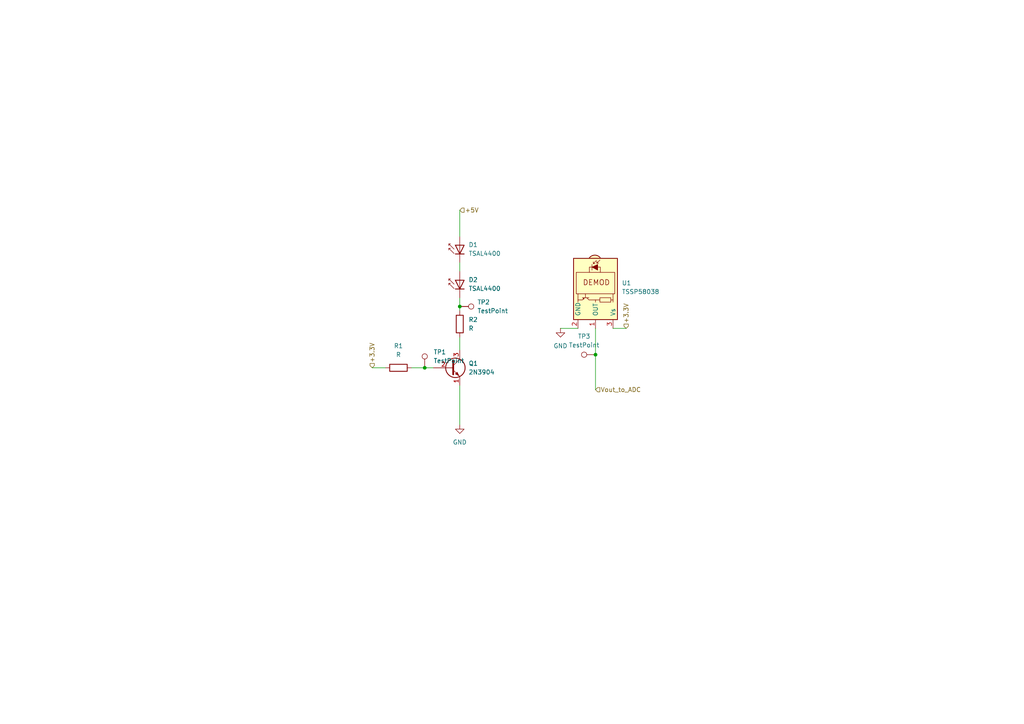
<source format=kicad_sch>
(kicad_sch (version 20231120) (generator "eeschema") (generator_version "8.0")
  (paper "A4")
  (lib_symbols
    (symbol "Connector:TestPoint" (pin_numbers hide) (pin_names (offset 0.762) hide)
      (property "Reference" "TP" (at 0 6.858 0))
      (property "Value" "TestPoint" (at 0 5.08 0))
      (symbol "TestPoint_0_1"
        (circle (center 0 3.302) (radius 0.762))
      )
      (symbol "TestPoint_1_1"
        (pin passive line (at 0 0 90) (length 2.54) (name "1") (number "1"))
      )
    )
    (symbol "Device:R" (pin_numbers hide) (pin_names (offset 0))
      (property "Reference" "R" (at 2.032 0 90))
      (property "Value" "R" (at 0 0 90))
      (symbol "R_0_1"
        (rectangle (start -1.016 -2.54) (end 1.016 2.54) (stroke (width 0.254)))
      )
      (symbol "R_1_1"
        (pin passive line (at 0 3.81 270) (length 1.27) (name "~") (number "1"))
        (pin passive line (at 0 -3.81 90) (length 1.27) (name "~") (number "2"))
      )
    )
    (symbol "LED:TSAL4400" (pin_numbers hide) (pin_names (offset 1.016) hide)
      (property "Reference" "D" (at 0.508 1.778 0))
      (property "Value" "TSAL4400" (at -1.016 -2.794 0))
      (symbol "TSAL4400_0_1"
        (polyline (pts (xy -2.54 1.27) (xy -2.54 -1.27)) (stroke (width 0.254)))
        (polyline (pts (xy 0 0) (xy -2.54 0)))
        (polyline (pts (xy 0.381 3.175) (xy -0.127 3.175)))
        (polyline (pts (xy -1.143 1.651) (xy 0.381 3.175) (xy 0.381 2.667)))
        (polyline (pts (xy 0 1.27) (xy -2.54 0) (xy 0 -1.27) (xy 0 1.27)) (stroke (width 0.254)))
        (polyline (pts (xy -2.413 1.651) (xy -0.889 3.175) (xy -0.889 2.667) (xy -0.889 3.175) (xy -1.397 3.175)))
      )
      (symbol "TSAL4400_1_1"
        (pin passive line (at -5.08 0 0) (length 2.54) (name "K") (number "1"))
        (pin passive line (at 2.54 0 180) (length 2.54) (name "A") (number "2"))
      )
    )
    (symbol "Sensor_Proximity:TSSP58038" (pin_names (offset 1.016))
      (property "Reference" "U" (at -10.16 7.62 0))
      (property "Value" "TSSP58038" (at -10.16 -7.62 0))
      (symbol "TSSP58038_0_0"
        (arc (start -10.287 1.397) (mid -11.0899 -0.1852) (end -10.287 -1.778) (stroke (width 0.254)) (fill (type background)))
        (polyline (pts (xy 1.905 -5.08) (xy 0.127 -5.08)))
        (polyline (pts (xy 1.905 5.08) (xy 0.127 5.08)))
        (text "DEMOD" (at -3.175 0.254 900) (effects (font (size 1.524 1.524))))
      )
      (symbol "TSSP58038_0_1"
        (rectangle (start -6.096 5.588) (end 0.127 -5.588))
        (polyline (pts (xy -8.763 0.381) (xy -9.652 1.27)))
        (polyline (pts (xy -8.763 0.381) (xy -9.271 0.381)))
        (polyline (pts (xy -8.763 0.381) (xy -8.763 0.889)))
        (polyline (pts (xy -8.636 -0.635) (xy -9.525 0.254)))
        (polyline (pts (xy -8.636 -0.635) (xy -9.144 -0.635)))
        (polyline (pts (xy -8.636 -0.635) (xy -8.636 -0.127)))
        (polyline (pts (xy -8.382 -1.016) (xy -6.731 -1.016)))
        (polyline (pts (xy 1.27 -2.921) (xy 0.127 -2.921)))
        (polyline (pts (xy 1.27 -1.905) (xy 1.27 -3.81)))
        (polyline (pts (xy 1.397 -3.556) (xy 1.524 -3.556)))
        (polyline (pts (xy 1.651 -3.556) (xy 1.524 -3.556)))
        (polyline (pts (xy 1.651 -3.556) (xy 1.651 -3.302)))
        (polyline (pts (xy 1.905 0) (xy 1.905 1.27)))
        (polyline (pts (xy 1.905 4.445) (xy 1.905 5.08) (xy 2.54 5.08)))
        (polyline (pts (xy -8.382 0.635) (xy -6.731 0.635) (xy -7.62 -1.016) (xy -8.382 0.635)) (fill (type outline)))
        (polyline (pts (xy -6.096 1.397) (xy -7.62 1.397) (xy -7.62 -1.778) (xy -6.096 -1.778)))
        (polyline (pts (xy 1.27 -3.175) (xy 1.905 -3.81) (xy 1.905 -5.08) (xy 2.54 -5.08)))
        (polyline (pts (xy 1.27 -2.54) (xy 1.905 -1.905) (xy 1.905 0) (xy 2.54 0)))
        (rectangle (start 2.54 1.27) (end 1.27 4.445))
        (rectangle (start 7.62 6.35) (end -10.16 -6.35) (stroke (width 0.254)) (fill (type background)))
      )
      (symbol "TSSP58038_1_1"
        (pin output line (at 10.16 0 180) (length 2.54) (name "OUT") (number "1"))
        (pin power_in line (at 10.16 -5.08 180) (length 2.54) (name "GND") (number "2"))
        (pin power_in line (at 10.16 5.08 180) (length 2.54) (name "Vs") (number "3"))
      )
    )
    (symbol "Transistor_BJT:2N3904" (pin_names (offset 0) hide)
      (property "Reference" "Q" (at 5.08 1.905 0))
      (property "Value" "2N3904" (at 5.08 0 0))
      (symbol "2N3904_0_1"
        (polyline (pts (xy 0.635 0.635) (xy 2.54 2.54)))
        (polyline (pts (xy 0.635 -0.635) (xy 2.54 -2.54) (xy 2.54 -2.54)))
        (polyline (pts (xy 0.635 1.905) (xy 0.635 -1.905) (xy 0.635 -1.905)) (stroke (width 0.508)))
        (polyline (pts (xy 1.27 -1.778) (xy 1.778 -1.27) (xy 2.286 -2.286) (xy 1.27 -1.778) (xy 1.27 -1.778)) (fill (type outline)))
        (circle (center 1.27 0) (radius 2.8194) (stroke (width 0.254)))
      )
      (symbol "2N3904_1_1"
        (pin passive line (at 2.54 -5.08 90) (length 2.54) (name "E") (number "1"))
        (pin passive line (at -5.08 0 0) (length 5.715) (name "B") (number "2"))
        (pin passive line (at 2.54 5.08 270) (length 2.54) (name "C") (number "3"))
      )
    )
    (symbol "power:GND" (power) (pin_numbers hide) (pin_names (offset 0) hide)
      (property "Value" "GND" (at 0 -3.81 0))
      (symbol "GND_0_1"
        (polyline (pts (xy 0 0) (xy 0 -1.27) (xy 1.27 -1.27) (xy 0 -2.54) (xy -1.27 -1.27) (xy 0 -1.27)))
      )
      (symbol "GND_1_1"
        (pin power_in line (at 0 0 270) (length 0) (name "~") (number "1"))
      )
    )
  )
  (junction (at 172.72 102.87))
  (junction (at 123.19 106.68))
  (junction (at 133.35 88.9))
  (wire (pts (xy 133.35 60.96) (xy 133.35 68.58)))
  (wire (pts (xy 107.95 106.68) (xy 111.76 106.68)))
  (wire (pts (xy 133.35 97.79) (xy 133.35 101.6)))
  (wire (pts (xy 172.72 102.87) (xy 172.72 113.03)))
  (wire (pts (xy 177.8 95.25) (xy 181.61 95.25)))
  (wire (pts (xy 133.35 88.9) (xy 133.35 90.17)))
  (wire (pts (xy 133.35 86.36) (xy 133.35 88.9)))
  (wire (pts (xy 119.38 106.68) (xy 123.19 106.68)))
  (wire (pts (xy 172.72 95.25) (xy 172.72 102.87)))
  (wire (pts (xy 123.19 106.68) (xy 125.73 106.68)))
  (wire (pts (xy 133.35 76.2) (xy 133.35 78.74)))
  (wire (pts (xy 162.56 95.25) (xy 167.64 95.25)))
  (wire (pts (xy 133.35 111.76) (xy 133.35 123.19)))
  (hierarchical_label "+5V" (shape input) (at 133.35 60.96 0))
  (hierarchical_label "+3.3V" (shape input) (at 181.61 95.25 90))
  (hierarchical_label "Vout_to_ADC" (shape input) (at 172.72 113.03 0))
  (hierarchical_label "+3.3V" (shape input) (at 107.95 106.68 90))
  (symbol (lib_id "Connector:TestPoint") (at 172.72 102.87 90) (unit 1)
    (property "Reference" "TP3" (at 169.418 97.5531 90))
    (property "Value" "TestPoint" (at 169.418 100.0931 90))
    (property "Description" "test point" (effects (hide yes)))
  )
  (symbol (lib_id "Connector:TestPoint") (at 133.35 88.9 270) (unit 1)
    (property "Reference" "TP2" (at 138.43 87.6299 90) (effects (justify left)))
    (property "Value" "TestPoint" (at 138.43 90.1699 90) (effects (justify left)))
    (property "Description" "test point" (effects (hide yes)))
  )
  (symbol (lib_id "Device:R") (at 133.35 93.98 180) (unit 1)
    (property "Reference" "R2" (at 135.89 92.7099 0) (effects (justify right)))
    (property "Value" "R" (at 135.89 95.2499 0) (effects (justify right)))
    (property "Description" "Resistor" (effects (hide yes)))
  )
  (symbol (lib_id "Sensor_Proximity:TSSP58038") (at 172.72 85.09 270) (unit 1)
    (property "Reference" "U1" (at 180.34 82.0849 90) (effects (justify left)))
    (property "Value" "TSSP58038" (at 180.34 84.6249 90) (effects (justify left)))
    (property "Footprint" "OptoDevice:Vishay_MINICAST-3Pin" (effects (hide yes)))
    (property "Datasheet" "http://www.vishay.com/docs/82476/tssp58p38.pdf" (effects (hide yes)))
    (property "Description" "IR Detector for Mid Range Proximity Sensor" (effects (hide yes)))
  )
  (symbol (lib_id "Device:R") (at 115.57 106.68 270) (unit 1)
    (property "Reference" "R1" (at 115.57 100.33 90))
    (property "Value" "R" (at 115.57 102.87 90))
    (property "Description" "Resistor" (effects (hide yes)))
  )
  (symbol (lib_id "power:GND") (at 162.56 95.25 0) (unit 1)
    (property "Reference" "#PWR04" (effects (hide yes)))
    (property "Value" "GND" (at 162.56 100.33 0))
    (property "Description" "Power symbol creates a global label with name \"GND\" , ground" (effects (hide yes)))
  )
  (symbol (lib_id "Connector:TestPoint") (at 123.19 106.68 0) (unit 1)
    (property "Reference" "TP1" (at 125.73 102.1079 0) (effects (justify left)))
    (property "Value" "TestPoint" (at 125.73 104.6479 0) (effects (justify left)))
    (property "Description" "test point" (effects (hide yes)))
  )
  (symbol (lib_id "LED:TSAL4400") (at 133.35 81.28 90) (unit 1)
    (property "Reference" "D2" (at 135.89 81.1529 90) (effects (justify right)))
    (property "Value" "TSAL4400" (at 135.89 83.6929 90) (effects (justify right)))
    (property "Footprint" "LED_THT:LED_D3.0mm_IRBlack" (effects (hide yes)))
    (property "Datasheet" "http://www.vishay.com/docs/81006/tsal4400.pdf" (effects (hide yes)))
    (property "Description" "Infrared LED , 3mm LED package" (effects (hide yes)))
  )
  (symbol (lib_id "power:GND") (at 133.35 123.19 0) (unit 1)
    (property "Reference" "#PWR03" (effects (hide yes)))
    (property "Value" "GND" (at 133.35 128.27 0))
    (property "Description" "Power symbol creates a global label with name \"GND\" , ground" (effects (hide yes)))
  )
  (symbol (lib_id "LED:TSAL4400") (at 133.35 71.12 90) (unit 1)
    (property "Reference" "D1" (at 135.89 70.9929 90) (effects (justify right)))
    (property "Value" "TSAL4400" (at 135.89 73.5329 90) (effects (justify right)))
    (property "Footprint" "LED_THT:LED_D3.0mm_IRBlack" (effects (hide yes)))
    (property "Datasheet" "http://www.vishay.com/docs/81006/tsal4400.pdf" (effects (hide yes)))
    (property "Description" "Infrared LED , 3mm LED package" (effects (hide yes)))
  )
  (symbol (lib_id "Transistor_BJT:2N3904") (at 130.81 106.68 0) (unit 1)
    (property "Reference" "Q1" (at 135.89 105.4099 0) (effects (justify left)))
    (property "Value" "2N3904" (at 135.89 107.9499 0) (effects (justify left)))
    (property "Footprint" "Package_TO_SOT_THT:TO-92_Inline" (effects (hide yes)))
    (property "Datasheet" "https://www.onsemi.com/pub/Collateral/2N3903-D.PDF" (effects (hide yes)))
    (property "Description" "0.2A Ic, 40V Vce, Small Signal NPN Transistor, TO-92" (effects (hide yes)))
  )
)
</source>
